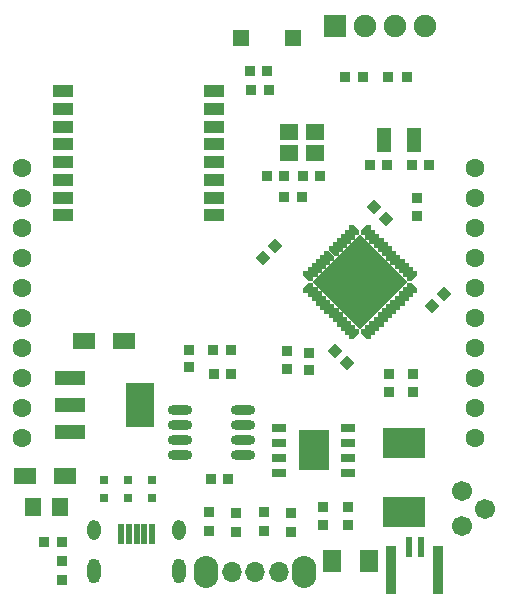
<source format=gts>
G04*
G04 #@! TF.GenerationSoftware,Altium Limited,Altium Designer,22.11.1 (43)*
G04*
G04 Layer_Color=8388736*
%FSLAX25Y25*%
%MOIN*%
G70*
G04*
G04 #@! TF.SameCoordinates,CE4FA216-54C7-4044-9C64-AD491F851F59*
G04*
G04*
G04 #@! TF.FilePolarity,Negative*
G04*
G01*
G75*
%ADD48P,0.31754X4X270.0*%
G04:AMPARAMS|DCode=49|XSize=43.43mil|YSize=19.02mil|CornerRadius=0mil|HoleSize=0mil|Usage=FLASHONLY|Rotation=225.000|XOffset=0mil|YOffset=0mil|HoleType=Round|Shape=Round|*
%AMOVALD49*
21,1,0.02441,0.01902,0.00000,0.00000,225.0*
1,1,0.01902,0.00863,0.00863*
1,1,0.01902,-0.00863,-0.00863*
%
%ADD49OVALD49*%

G04:AMPARAMS|DCode=50|XSize=19.02mil|YSize=43.43mil|CornerRadius=0mil|HoleSize=0mil|Usage=FLASHONLY|Rotation=225.000|XOffset=0mil|YOffset=0mil|HoleType=Round|Shape=Round|*
%AMOVALD50*
21,1,0.02441,0.01902,0.00000,0.00000,315.0*
1,1,0.01902,-0.00863,0.00863*
1,1,0.01902,0.00863,-0.00863*
%
%ADD50OVALD50*%

%ADD51R,0.13904X0.09928*%
%ADD52R,0.03802X0.03575*%
%ADD53R,0.03550X0.03550*%
%ADD54R,0.03400X0.03400*%
%ADD55R,0.05124X0.02762*%
%ADD56R,0.09849X0.13392*%
%ADD57R,0.02762X0.02762*%
%ADD58O,0.08143X0.03280*%
%ADD59P,0.04808X4X90.0*%
%ADD60R,0.04737X0.07887*%
%ADD61R,0.06312X0.05524*%
%ADD62R,0.03575X0.03802*%
%ADD63R,0.05243X0.05754*%
%ADD64R,0.03550X0.03550*%
%ADD65R,0.01975X0.06699*%
%ADD66R,0.03550X0.16148*%
%ADD67R,0.07099X0.03950*%
%ADD68R,0.09613X0.14573*%
%ADD69R,0.10243X0.04731*%
%ADD70R,0.05656X0.06306*%
%ADD71P,0.04808X4X360.0*%
%ADD72R,0.07319X0.05502*%
%ADD73R,0.06247X0.07203*%
%ADD74R,0.03400X0.03400*%
%ADD75O,0.06699X0.06699*%
%ADD76O,0.08274X0.10636*%
%ADD77R,0.07493X0.07493*%
%ADD78C,0.07493*%
%ADD79O,0.04337X0.08274*%
%ADD80O,0.04337X0.06699*%
%ADD81C,0.06699*%
%ADD82C,0.06299*%
D48*
X120000Y105500D02*
D03*
D49*
X121944Y122760D02*
D03*
X123337Y121368D02*
D03*
X124730Y119975D02*
D03*
X126123Y118581D02*
D03*
X127516Y117189D02*
D03*
X128909Y115796D02*
D03*
X130295Y114409D02*
D03*
X131688Y113017D02*
D03*
X133081Y111624D02*
D03*
X134474Y110231D02*
D03*
X135867Y108837D02*
D03*
X137260Y107445D02*
D03*
X118055Y88240D02*
D03*
X116662Y89632D02*
D03*
X115269Y91026D02*
D03*
X113876Y92418D02*
D03*
X112483Y93812D02*
D03*
X111090Y95205D02*
D03*
X109704Y96590D02*
D03*
X108311Y97983D02*
D03*
X106918Y99376D02*
D03*
X105525Y100769D02*
D03*
X104132Y102163D02*
D03*
X102739Y103556D02*
D03*
D50*
X137260D02*
D03*
X135867Y102163D02*
D03*
X134474Y100769D02*
D03*
X133081Y99376D02*
D03*
X131688Y97983D02*
D03*
X130295Y96590D02*
D03*
X128909Y95205D02*
D03*
X127516Y93812D02*
D03*
X126123Y92418D02*
D03*
X124730Y91026D02*
D03*
X123337Y89632D02*
D03*
X121944Y88240D02*
D03*
X102739Y107445D02*
D03*
X104132Y108837D02*
D03*
X105525Y110231D02*
D03*
X106918Y111624D02*
D03*
X108311Y113017D02*
D03*
X109704Y114409D02*
D03*
X111090Y115796D02*
D03*
X112483Y117189D02*
D03*
X113876Y118581D02*
D03*
X115269Y119975D02*
D03*
X116662Y121368D02*
D03*
X118055Y122760D02*
D03*
D51*
X134500Y28986D02*
D03*
Y52014D02*
D03*
D52*
X137500Y75000D02*
D03*
Y69068D02*
D03*
X129500Y75000D02*
D03*
Y69068D02*
D03*
X95500Y76568D02*
D03*
Y82500D02*
D03*
X139000Y133432D02*
D03*
Y127500D02*
D03*
X116000Y30500D02*
D03*
Y24568D02*
D03*
X107500D02*
D03*
Y30500D02*
D03*
D53*
X129205Y173973D02*
D03*
X135500Y174000D02*
D03*
D54*
X70400Y40000D02*
D03*
X76000D02*
D03*
X123200Y144500D02*
D03*
X128800D02*
D03*
X142800D02*
D03*
X137200D02*
D03*
X89000Y176000D02*
D03*
X83400D02*
D03*
X77000Y75000D02*
D03*
X71400D02*
D03*
X94500Y141000D02*
D03*
X88900D02*
D03*
X100900D02*
D03*
X106500D02*
D03*
D55*
X93050Y57000D02*
D03*
Y52000D02*
D03*
Y47000D02*
D03*
Y42000D02*
D03*
X115950D02*
D03*
Y47000D02*
D03*
Y52000D02*
D03*
Y57000D02*
D03*
D56*
X104500Y49500D02*
D03*
D57*
X34500Y33547D02*
D03*
Y39452D02*
D03*
X42500D02*
D03*
Y33547D02*
D03*
X50500Y39452D02*
D03*
Y33547D02*
D03*
D58*
X59939Y63000D02*
D03*
Y58000D02*
D03*
Y53000D02*
D03*
Y48000D02*
D03*
X81061Y63000D02*
D03*
Y58000D02*
D03*
Y53000D02*
D03*
Y48000D02*
D03*
D59*
X144000Y97500D02*
D03*
X147960Y101460D02*
D03*
X87540Y113540D02*
D03*
X91500Y117500D02*
D03*
D60*
X128078Y153000D02*
D03*
X137922D02*
D03*
D61*
X105000Y155500D02*
D03*
X96338D02*
D03*
Y148610D02*
D03*
X105000D02*
D03*
D62*
X89432Y169500D02*
D03*
X83500D02*
D03*
X115034Y174000D02*
D03*
X120966D02*
D03*
X14534Y19000D02*
D03*
X20466D02*
D03*
X71068Y83000D02*
D03*
X77000D02*
D03*
X94568Y134000D02*
D03*
X100500D02*
D03*
D63*
X80398Y187000D02*
D03*
X97602D02*
D03*
D64*
X20527Y6205D02*
D03*
X20500Y12500D02*
D03*
X97000Y28610D02*
D03*
X97027Y22315D02*
D03*
X87888Y22705D02*
D03*
X87862Y29000D02*
D03*
X78638Y28610D02*
D03*
X78666Y22315D02*
D03*
X69527Y22705D02*
D03*
X69500Y29000D02*
D03*
D65*
X136166Y17368D02*
D03*
X140102D02*
D03*
X50618Y21648D02*
D03*
X48059D02*
D03*
X45500D02*
D03*
X42940D02*
D03*
X40381D02*
D03*
D66*
X130252Y9500D02*
D03*
X146000D02*
D03*
D67*
X20803Y157358D02*
D03*
Y133736D02*
D03*
X71197D02*
D03*
Y145547D02*
D03*
Y157358D02*
D03*
Y163264D02*
D03*
X20803Y151453D02*
D03*
Y163264D02*
D03*
Y169169D02*
D03*
Y127831D02*
D03*
X71197Y139642D02*
D03*
Y169169D02*
D03*
X20803Y139642D02*
D03*
X71197Y127831D02*
D03*
X20803Y145547D02*
D03*
X71197Y151453D02*
D03*
D68*
X46693Y64500D02*
D03*
D69*
X23307Y55445D02*
D03*
Y64500D02*
D03*
Y73555D02*
D03*
D70*
X11004Y30500D02*
D03*
X20000D02*
D03*
D71*
X115500Y78500D02*
D03*
X111540Y82460D02*
D03*
X124500Y130500D02*
D03*
X128460Y126540D02*
D03*
D72*
X41139Y86000D02*
D03*
X27861D02*
D03*
X8361Y41000D02*
D03*
X21639D02*
D03*
D73*
X123000Y12500D02*
D03*
X110460D02*
D03*
D74*
X63000Y83000D02*
D03*
Y77400D02*
D03*
X103000Y82000D02*
D03*
Y76400D02*
D03*
D75*
X77126Y9000D02*
D03*
X92874D02*
D03*
X85000D02*
D03*
D76*
X101339D02*
D03*
X68661D02*
D03*
D77*
X111500Y191000D02*
D03*
D78*
X121500D02*
D03*
X131500D02*
D03*
X141500D02*
D03*
D79*
X31332Y9208D02*
D03*
X59672Y9214D02*
D03*
D80*
X59669Y22793D02*
D03*
X31329Y22787D02*
D03*
D81*
X154020Y24095D02*
D03*
Y35906D02*
D03*
X161500Y30000D02*
D03*
D82*
X158268Y143425D02*
D03*
Y133425D02*
D03*
Y123425D02*
D03*
Y113425D02*
D03*
Y103425D02*
D03*
Y93425D02*
D03*
Y83425D02*
D03*
Y73425D02*
D03*
Y63425D02*
D03*
Y53425D02*
D03*
X7087Y143425D02*
D03*
Y133425D02*
D03*
Y123425D02*
D03*
Y113425D02*
D03*
Y103425D02*
D03*
Y93425D02*
D03*
Y83425D02*
D03*
Y73425D02*
D03*
Y63425D02*
D03*
Y53425D02*
D03*
M02*

</source>
